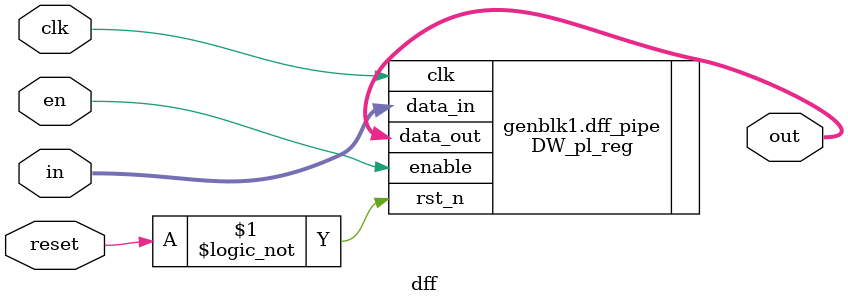
<source format=sv>
/*
 This is a Genesis wrapper of DW pipeline regs with en singal
 */

/* ***************************************************************************
 * Change bar:
 * -----------
 * Date           Author    Description
 * Sep 20, 2012   jingpu    init version
 *
 * ***************************************************************************/

module dff
#(
    parameter WIDTH = 64, // Signal bit widths
    parameter PIPE_DEPTH = 1, // Pipeline depth
    parameter RETIME_STATUS = 0 // Pipeline Is Retimeable
)
(
    input logic [WIDTH - 1:0]  in,
    input logic clk,
    input logic reset,
    input logic en,
    output logic [WIDTH - 1:0] out
);

// Compiler pragmas for retiming
   /* synopsys dc_tcl_script_begin
       set_ungroup [current_design] true
       set_flatten true -effort high -phase true -design [current_design]
       set_dont_retime [current_design] true
       set_optimize_registers false -design [current_design]
    */

generate
if(PIPE_DEPTH > 0) begin

    DW_pl_reg
    #(
        .stages     (PIPE_DEPTH + 1 ),
        .in_reg     (0              ),
        .out_reg    (0              ),
        .width      (WIDTH          ),
        .rst_mode   (0              )
    )
    dff_pipe
    (
        .clk        (clk                ),
        .rst_n      (!reset             ),
        .data_in    (in                 ),
        .data_out   (out                ),
        .enable     ({PIPE_DEPTH{en}})
    );

end 
else begin
    assign out = in & (~{WIDTH{reset}});
end
endgenerate

endmodule

</source>
